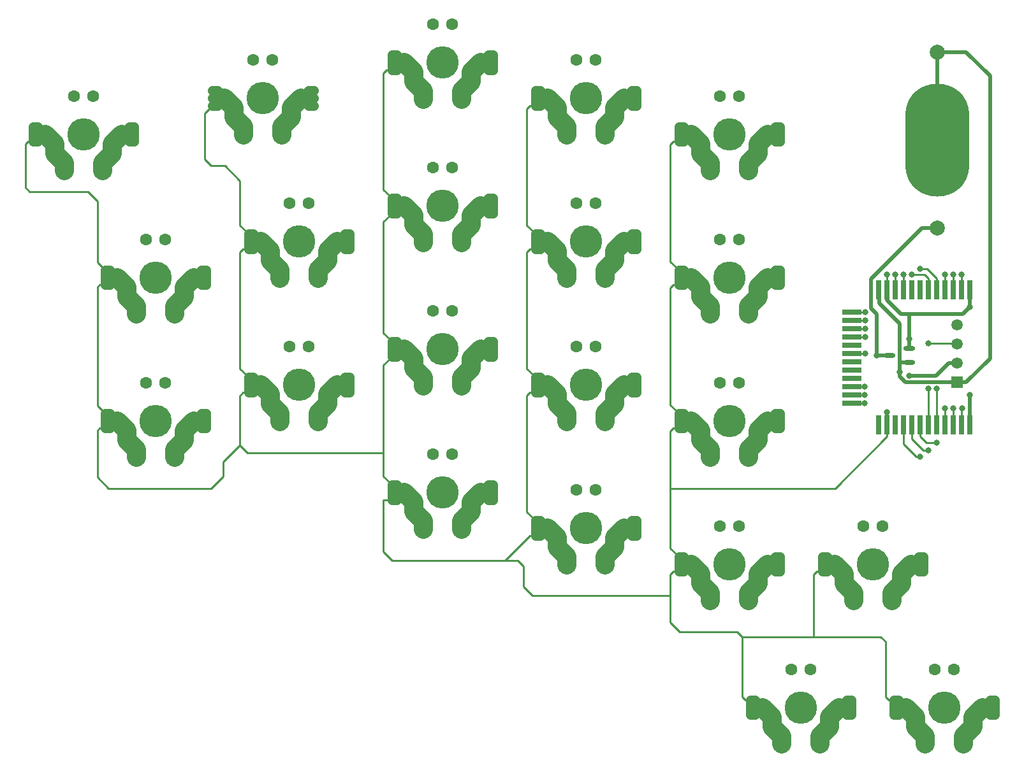
<source format=gtl>
G04 #@! TF.GenerationSoftware,KiCad,Pcbnew,(5.0.0-rc2-dev-301-g33f795be4)*
G04 #@! TF.CreationDate,2018-04-08T21:26:01+02:00*
G04 #@! TF.ProjectId,kissboard,6B697373626F6172642E6B696361645F,rev?*
G04 #@! TF.SameCoordinates,Original*
G04 #@! TF.FileFunction,Copper,L1,Top,Signal*
G04 #@! TF.FilePolarity,Positive*
%FSLAX46Y46*%
G04 Gerber Fmt 4.6, Leading zero omitted, Abs format (unit mm)*
G04 Created by KiCad (PCBNEW (5.0.0-rc2-dev-301-g33f795be4)) date 04/08/18 21:26:01*
%MOMM*%
%LPD*%
G01*
G04 APERTURE LIST*
%ADD10C,1.500000*%
%ADD11R,1.500000X1.500000*%
%ADD12C,2.000000*%
%ADD13O,8.500000X15.000000*%
%ADD14R,2.500000X0.800000*%
%ADD15R,0.800000X2.500000*%
%ADD16O,1.550000X0.650000*%
%ADD17C,1.000000*%
%ADD18O,2.500000X1.800000*%
%ADD19C,2.500000*%
%ADD20C,4.300000*%
%ADD21C,1.600000*%
%ADD22C,0.800000*%
%ADD23C,0.250000*%
%ADD24C,0.500000*%
%ADD25C,1.270000*%
%ADD26C,2.540000*%
G04 APERTURE END LIST*
D10*
X158813500Y-65849500D03*
X158813500Y-68389500D03*
X158813500Y-70929500D03*
D11*
X158813500Y-73469500D03*
D12*
X156210000Y-52975000D03*
X156210000Y-29575000D03*
D13*
X156210000Y-41275000D03*
D14*
X144843500Y-64118500D03*
X144843500Y-65218500D03*
X144843500Y-66318500D03*
X144843500Y-67418500D03*
X144843500Y-68518500D03*
X144843500Y-69618500D03*
X144843500Y-70718500D03*
X144843500Y-71818500D03*
X144843500Y-72918500D03*
X144843500Y-74018500D03*
X144843500Y-75118500D03*
X144843500Y-76218500D03*
D15*
X160543500Y-61168500D03*
X159443500Y-61168500D03*
X158343500Y-61168500D03*
X157243500Y-61168500D03*
X156143500Y-61168500D03*
X155043500Y-61168500D03*
X153943500Y-61168500D03*
X152843500Y-61168500D03*
X151743500Y-61168500D03*
X150643500Y-61168500D03*
X149543500Y-61168500D03*
X148443500Y-61168500D03*
X148443500Y-79168500D03*
X149543500Y-79168500D03*
X150643500Y-79168500D03*
X151743500Y-79168500D03*
X152843500Y-79168500D03*
X153943500Y-79168500D03*
X155043500Y-79168500D03*
X156143500Y-79168500D03*
X157243500Y-79168500D03*
X158343500Y-79168500D03*
X159443500Y-79168500D03*
X160543500Y-79168500D03*
D16*
X152518500Y-70863500D03*
X152518500Y-68963500D03*
X149868500Y-69913500D03*
D17*
X150462500Y-115681250D03*
X150462500Y-117681250D03*
X150462500Y-116681250D03*
D18*
X159702500Y-121558050D03*
D19*
X153352500Y-119221250D03*
D18*
X154622500Y-121558050D03*
D19*
X160972500Y-119221250D03*
D12*
X152082500Y-116681250D03*
X162242500Y-116681250D03*
D20*
X157162500Y-116681250D03*
D17*
X163862500Y-116681250D03*
X163862500Y-115681250D03*
X163862500Y-117681250D03*
D21*
X158432500Y-111601250D03*
X155892500Y-111601250D03*
D17*
X45687500Y-77581250D03*
X45687500Y-79581250D03*
X45687500Y-78581250D03*
D18*
X54927500Y-83458050D03*
D19*
X48577500Y-81121250D03*
D18*
X49847500Y-83458050D03*
D19*
X56197500Y-81121250D03*
D12*
X47307500Y-78581250D03*
X57467500Y-78581250D03*
D20*
X52387500Y-78581250D03*
D17*
X59087500Y-78581250D03*
X59087500Y-77581250D03*
X59087500Y-79581250D03*
D21*
X53657500Y-73501250D03*
X51117500Y-73501250D03*
X65405000Y-30638750D03*
X67945000Y-30638750D03*
D17*
X73375000Y-36718750D03*
X73375000Y-34718750D03*
X73375000Y-35718750D03*
D20*
X66675000Y-35718750D03*
D12*
X71755000Y-35718750D03*
X61595000Y-35718750D03*
D19*
X70485000Y-38258750D03*
D18*
X64135000Y-40595550D03*
D19*
X62865000Y-38258750D03*
D18*
X69215000Y-40595550D03*
D17*
X59975000Y-35718750D03*
X59975000Y-36718750D03*
X59975000Y-34718750D03*
X83787500Y-29956250D03*
X83787500Y-31956250D03*
X83787500Y-30956250D03*
D18*
X93027500Y-35833050D03*
D19*
X86677500Y-33496250D03*
D18*
X87947500Y-35833050D03*
D19*
X94297500Y-33496250D03*
D12*
X85407500Y-30956250D03*
X95567500Y-30956250D03*
D20*
X90487500Y-30956250D03*
D17*
X97187500Y-30956250D03*
X97187500Y-29956250D03*
X97187500Y-31956250D03*
D21*
X91757500Y-25876250D03*
X89217500Y-25876250D03*
X108267500Y-30638750D03*
X110807500Y-30638750D03*
D17*
X116237500Y-36718750D03*
X116237500Y-34718750D03*
X116237500Y-35718750D03*
D20*
X109537500Y-35718750D03*
D12*
X114617500Y-35718750D03*
X104457500Y-35718750D03*
D19*
X113347500Y-38258750D03*
D18*
X106997500Y-40595550D03*
D19*
X105727500Y-38258750D03*
D18*
X112077500Y-40595550D03*
D17*
X102837500Y-35718750D03*
X102837500Y-36718750D03*
X102837500Y-34718750D03*
X121887500Y-39481250D03*
X121887500Y-41481250D03*
X121887500Y-40481250D03*
D18*
X131127500Y-45358050D03*
D19*
X124777500Y-43021250D03*
D18*
X126047500Y-45358050D03*
D19*
X132397500Y-43021250D03*
D12*
X123507500Y-40481250D03*
X133667500Y-40481250D03*
D20*
X128587500Y-40481250D03*
D17*
X135287500Y-40481250D03*
X135287500Y-39481250D03*
X135287500Y-41481250D03*
D21*
X129857500Y-35401250D03*
X127317500Y-35401250D03*
X51117500Y-54451250D03*
X53657500Y-54451250D03*
D17*
X59087500Y-60531250D03*
X59087500Y-58531250D03*
X59087500Y-59531250D03*
D20*
X52387500Y-59531250D03*
D12*
X57467500Y-59531250D03*
X47307500Y-59531250D03*
D19*
X56197500Y-62071250D03*
D18*
X49847500Y-64408050D03*
D19*
X48577500Y-62071250D03*
D18*
X54927500Y-64408050D03*
D17*
X45687500Y-59531250D03*
X45687500Y-60531250D03*
X45687500Y-58531250D03*
X64737500Y-53768750D03*
X64737500Y-55768750D03*
X64737500Y-54768750D03*
D18*
X73977500Y-59645550D03*
D19*
X67627500Y-57308750D03*
D18*
X68897500Y-59645550D03*
D19*
X75247500Y-57308750D03*
D12*
X66357500Y-54768750D03*
X76517500Y-54768750D03*
D20*
X71437500Y-54768750D03*
D17*
X78137500Y-54768750D03*
X78137500Y-53768750D03*
X78137500Y-55768750D03*
D21*
X72707500Y-49688750D03*
X70167500Y-49688750D03*
X89217500Y-44926250D03*
X91757500Y-44926250D03*
D17*
X97187500Y-51006250D03*
X97187500Y-49006250D03*
X97187500Y-50006250D03*
D20*
X90487500Y-50006250D03*
D12*
X95567500Y-50006250D03*
X85407500Y-50006250D03*
D19*
X94297500Y-52546250D03*
D18*
X87947500Y-54883050D03*
D19*
X86677500Y-52546250D03*
D18*
X93027500Y-54883050D03*
D17*
X83787500Y-50006250D03*
X83787500Y-51006250D03*
X83787500Y-49006250D03*
X102837500Y-53768750D03*
X102837500Y-55768750D03*
X102837500Y-54768750D03*
D18*
X112077500Y-59645550D03*
D19*
X105727500Y-57308750D03*
D18*
X106997500Y-59645550D03*
D19*
X113347500Y-57308750D03*
D12*
X104457500Y-54768750D03*
X114617500Y-54768750D03*
D20*
X109537500Y-54768750D03*
D17*
X116237500Y-54768750D03*
X116237500Y-53768750D03*
X116237500Y-55768750D03*
D21*
X110807500Y-49688750D03*
X108267500Y-49688750D03*
X127317500Y-54451250D03*
X129857500Y-54451250D03*
D17*
X135287500Y-60531250D03*
X135287500Y-58531250D03*
X135287500Y-59531250D03*
D20*
X128587500Y-59531250D03*
D12*
X133667500Y-59531250D03*
X123507500Y-59531250D03*
D19*
X132397500Y-62071250D03*
D18*
X126047500Y-64408050D03*
D19*
X124777500Y-62071250D03*
D18*
X131127500Y-64408050D03*
D17*
X121887500Y-59531250D03*
X121887500Y-60531250D03*
X121887500Y-58531250D03*
X102837500Y-72818750D03*
X102837500Y-74818750D03*
X102837500Y-73818750D03*
D18*
X112077500Y-78695550D03*
D19*
X105727500Y-76358750D03*
D18*
X106997500Y-78695550D03*
D19*
X113347500Y-76358750D03*
D12*
X104457500Y-73818750D03*
X114617500Y-73818750D03*
D20*
X109537500Y-73818750D03*
D17*
X116237500Y-73818750D03*
X116237500Y-72818750D03*
X116237500Y-74818750D03*
D21*
X110807500Y-68738750D03*
X108267500Y-68738750D03*
X127317500Y-73501250D03*
X129857500Y-73501250D03*
D17*
X135287500Y-79581250D03*
X135287500Y-77581250D03*
X135287500Y-78581250D03*
D20*
X128587500Y-78581250D03*
D12*
X133667500Y-78581250D03*
X123507500Y-78581250D03*
D19*
X132397500Y-81121250D03*
D18*
X126047500Y-83458050D03*
D19*
X124777500Y-81121250D03*
D18*
X131127500Y-83458050D03*
D17*
X121887500Y-78581250D03*
X121887500Y-79581250D03*
X121887500Y-77581250D03*
X83787500Y-87106250D03*
X83787500Y-89106250D03*
X83787500Y-88106250D03*
D18*
X93027500Y-92983050D03*
D19*
X86677500Y-90646250D03*
D18*
X87947500Y-92983050D03*
D19*
X94297500Y-90646250D03*
D12*
X85407500Y-88106250D03*
X95567500Y-88106250D03*
D20*
X90487500Y-88106250D03*
D17*
X97187500Y-88106250D03*
X97187500Y-87106250D03*
X97187500Y-89106250D03*
D21*
X91757500Y-83026250D03*
X89217500Y-83026250D03*
X108267500Y-87788750D03*
X110807500Y-87788750D03*
D17*
X116237500Y-93868750D03*
X116237500Y-91868750D03*
X116237500Y-92868750D03*
D20*
X109537500Y-92868750D03*
D12*
X114617500Y-92868750D03*
X104457500Y-92868750D03*
D19*
X113347500Y-95408750D03*
D18*
X106997500Y-97745550D03*
D19*
X105727500Y-95408750D03*
D18*
X112077500Y-97745550D03*
D17*
X102837500Y-92868750D03*
X102837500Y-93868750D03*
X102837500Y-91868750D03*
X121887500Y-96631250D03*
X121887500Y-98631250D03*
X121887500Y-97631250D03*
D18*
X131127500Y-102508050D03*
D19*
X124777500Y-100171250D03*
D18*
X126047500Y-102508050D03*
D19*
X132397500Y-100171250D03*
D12*
X123507500Y-97631250D03*
X133667500Y-97631250D03*
D20*
X128587500Y-97631250D03*
D17*
X135287500Y-97631250D03*
X135287500Y-96631250D03*
X135287500Y-98631250D03*
D21*
X129857500Y-92551250D03*
X127317500Y-92551250D03*
X146367500Y-92551250D03*
X148907500Y-92551250D03*
D17*
X154337500Y-98631250D03*
X154337500Y-96631250D03*
X154337500Y-97631250D03*
D20*
X147637500Y-97631250D03*
D12*
X152717500Y-97631250D03*
X142557500Y-97631250D03*
D19*
X151447500Y-100171250D03*
D18*
X145097500Y-102508050D03*
D19*
X143827500Y-100171250D03*
D18*
X150177500Y-102508050D03*
D17*
X140937500Y-97631250D03*
X140937500Y-98631250D03*
X140937500Y-96631250D03*
X131412500Y-115681250D03*
X131412500Y-117681250D03*
X131412500Y-116681250D03*
D18*
X140652500Y-121558050D03*
D19*
X134302500Y-119221250D03*
D18*
X135572500Y-121558050D03*
D19*
X141922500Y-119221250D03*
D12*
X133032500Y-116681250D03*
X143192500Y-116681250D03*
D20*
X138112500Y-116681250D03*
D17*
X144812500Y-116681250D03*
X144812500Y-115681250D03*
X144812500Y-117681250D03*
D21*
X139382500Y-111601250D03*
X136842500Y-111601250D03*
X89217500Y-63976250D03*
X91757500Y-63976250D03*
D17*
X97187500Y-70056250D03*
X97187500Y-68056250D03*
X97187500Y-69056250D03*
D20*
X90487500Y-69056250D03*
D12*
X95567500Y-69056250D03*
X85407500Y-69056250D03*
D19*
X94297500Y-71596250D03*
D18*
X87947500Y-73933050D03*
D19*
X86677500Y-71596250D03*
D18*
X93027500Y-73933050D03*
D17*
X83787500Y-69056250D03*
X83787500Y-70056250D03*
X83787500Y-68056250D03*
X64737500Y-72818750D03*
X64737500Y-74818750D03*
X64737500Y-73818750D03*
D18*
X73977500Y-78695550D03*
D19*
X67627500Y-76358750D03*
D18*
X68897500Y-78695550D03*
D19*
X75247500Y-76358750D03*
D12*
X66357500Y-73818750D03*
X76517500Y-73818750D03*
D20*
X71437500Y-73818750D03*
D17*
X78137500Y-73818750D03*
X78137500Y-72818750D03*
X78137500Y-74818750D03*
D21*
X72707500Y-68738750D03*
X70167500Y-68738750D03*
X41592500Y-35401250D03*
X44132500Y-35401250D03*
D17*
X49562500Y-41481250D03*
X49562500Y-39481250D03*
X49562500Y-40481250D03*
D20*
X42862500Y-40481250D03*
D12*
X47942500Y-40481250D03*
X37782500Y-40481250D03*
D19*
X46672500Y-43021250D03*
D18*
X40322500Y-45358050D03*
D19*
X39052500Y-43021250D03*
D18*
X45402500Y-45358050D03*
D17*
X36162500Y-40481250D03*
X36162500Y-41481250D03*
X36162500Y-39481250D03*
D22*
X146558000Y-75107800D03*
X146583400Y-76250800D03*
X146583400Y-74015600D03*
X146639280Y-66321940D03*
X146644360Y-65234820D03*
X146608800Y-69626480D03*
X157226000Y-76898500D03*
X155067000Y-82550000D03*
X156146500Y-81470500D03*
X158369000Y-76898500D03*
X153924000Y-83375500D03*
X159512000Y-76898500D03*
X157243500Y-59184540D03*
X149565500Y-59148980D03*
X152527000Y-67691000D03*
X149543500Y-77418500D03*
X160543500Y-75184000D03*
X160565500Y-63447260D03*
X152843500Y-59143900D03*
X146644360Y-64129920D03*
X150643500Y-59156600D03*
X151743500Y-59156600D03*
X151193500Y-72136000D03*
X146654520Y-67416680D03*
X153943500Y-58353960D03*
X159443500Y-59184540D03*
X155043500Y-68326000D03*
X155028000Y-74319500D03*
X156146500Y-74319500D03*
X148209001Y-69913500D03*
X152527000Y-72619500D03*
X158343500Y-59184540D03*
D23*
X146558000Y-75107800D02*
X144854200Y-75107800D01*
X144854200Y-75107800D02*
X144843500Y-75118500D01*
X146551100Y-76218500D02*
X146583400Y-76250800D01*
X144843500Y-76218500D02*
X146551100Y-76218500D01*
X146583400Y-74015600D02*
X144846400Y-74015600D01*
X144846400Y-74015600D02*
X144843500Y-74018500D01*
D24*
X160054800Y-29575000D02*
X163245800Y-32766000D01*
X156210000Y-29575000D02*
X160054800Y-29575000D01*
X163245800Y-32766000D02*
X163245800Y-70287200D01*
X163245800Y-70287200D02*
X160063500Y-73469500D01*
X160063500Y-73469500D02*
X158813500Y-73469500D01*
X148465500Y-62917500D02*
X148465500Y-61167500D01*
X151193500Y-65645500D02*
X148465500Y-62917500D01*
X151193500Y-70802500D02*
X151193500Y-66294000D01*
X151193500Y-66294000D02*
X151193500Y-65645500D01*
X148209001Y-64436559D02*
X147396200Y-63623758D01*
X148209001Y-69913500D02*
X148209001Y-64436559D01*
X147396200Y-63623758D02*
X147396200Y-59755798D01*
X147396200Y-59755798D02*
X154176998Y-52975000D01*
X154176998Y-52975000D02*
X154795787Y-52975000D01*
X154795787Y-52975000D02*
X156210000Y-52975000D01*
D23*
X144869040Y-68513960D02*
X144865500Y-68517500D01*
D25*
X97187500Y-31956250D02*
X96567500Y-31956250D01*
X96567500Y-31956250D02*
X95567500Y-30956250D01*
X97187500Y-30956250D02*
X95567500Y-30956250D01*
X97187500Y-29956250D02*
X96567500Y-29956250D01*
X96567500Y-29956250D02*
X95567500Y-30956250D01*
X95567500Y-30956250D02*
X96187500Y-30956250D01*
X96187500Y-30956250D02*
X97187500Y-31956250D01*
X97187500Y-29956250D02*
X97187500Y-31956250D01*
D26*
X93027500Y-35833050D02*
X93027500Y-34766250D01*
X93027500Y-34766250D02*
X94297500Y-33496250D01*
X94297500Y-32226250D02*
X95567500Y-30956250D01*
X94297500Y-33496250D02*
X94297500Y-32226250D01*
D23*
X146639280Y-66321940D02*
X144869940Y-66321940D01*
X144869940Y-66321940D02*
X144865500Y-66317500D01*
D25*
X116237500Y-72818750D02*
X115617500Y-72818750D01*
X115617500Y-72818750D02*
X114617500Y-73818750D01*
X116237500Y-73818750D02*
X114617500Y-73818750D01*
X116237500Y-74818750D02*
X115617500Y-74818750D01*
X115617500Y-74818750D02*
X114617500Y-73818750D01*
X116237500Y-72818750D02*
X116237500Y-74818750D01*
D26*
X113347500Y-76358750D02*
X113347500Y-75088750D01*
X113347500Y-75088750D02*
X114617500Y-73818750D01*
X112077500Y-78695550D02*
X112077500Y-77628750D01*
X112077500Y-77628750D02*
X113347500Y-76358750D01*
D23*
X144865500Y-65217500D02*
X146627040Y-65217500D01*
X146627040Y-65217500D02*
X146644360Y-65234820D01*
D25*
X116237500Y-53768750D02*
X115617500Y-53768750D01*
X115617500Y-53768750D02*
X114617500Y-54768750D01*
X116237500Y-55768750D02*
X115617500Y-55768750D01*
X115617500Y-55768750D02*
X114617500Y-54768750D01*
X114617500Y-54768750D02*
X116237500Y-54768750D01*
X116237500Y-53768750D02*
X116237500Y-55768750D01*
D26*
X113347500Y-57308750D02*
X113347500Y-56038750D01*
X113347500Y-56038750D02*
X114617500Y-54768750D01*
X112077500Y-59645550D02*
X112077500Y-58578750D01*
X112077500Y-58578750D02*
X113347500Y-57308750D01*
D23*
X121602500Y-87566500D02*
X121729500Y-87566500D01*
X121729500Y-87566500D02*
X142645500Y-87566500D01*
X120777000Y-86804500D02*
X120777000Y-87630000D01*
X120777000Y-87630000D02*
X120777000Y-95520750D01*
X121729500Y-87566500D02*
X120840500Y-87566500D01*
X120840500Y-87566500D02*
X120777000Y-87630000D01*
X142645500Y-87566500D02*
X149543500Y-80668500D01*
X149543500Y-80668500D02*
X149543500Y-79168500D01*
X146599820Y-69617500D02*
X146608800Y-69626480D01*
X144865500Y-69617500D02*
X146599820Y-69617500D01*
D25*
X97187500Y-49006250D02*
X96567500Y-49006250D01*
X96567500Y-49006250D02*
X95567500Y-50006250D01*
X97187500Y-50006250D02*
X95567500Y-50006250D01*
X97187500Y-51006250D02*
X96567500Y-51006250D01*
X96567500Y-51006250D02*
X95567500Y-50006250D01*
X97187500Y-49006250D02*
X97187500Y-51006250D01*
D26*
X93027500Y-53816250D02*
X94297500Y-52546250D01*
X93027500Y-54883050D02*
X93027500Y-53816250D01*
X94297500Y-52546250D02*
X94297500Y-51276250D01*
X94297500Y-51276250D02*
X95567500Y-50006250D01*
D23*
X144868496Y-70714504D02*
X144865500Y-70717500D01*
D25*
X97187500Y-70056250D02*
X96567500Y-70056250D01*
X96567500Y-70056250D02*
X95567500Y-69056250D01*
X97187500Y-69056250D02*
X95567500Y-69056250D01*
X97187500Y-69215000D02*
X97187500Y-70056250D01*
X97187500Y-68056250D02*
X97187500Y-69215000D01*
X97187500Y-69056250D02*
X97187500Y-69215000D01*
X97187500Y-68056250D02*
X96567500Y-68056250D01*
X96567500Y-68056250D02*
X95567500Y-69056250D01*
D26*
X93027500Y-72866250D02*
X94297500Y-71596250D01*
X93027500Y-73933050D02*
X93027500Y-72866250D01*
X94297500Y-71596250D02*
X94297500Y-70326250D01*
X94297500Y-70326250D02*
X95567500Y-69056250D01*
D23*
X144868680Y-74020680D02*
X144865500Y-74017500D01*
D26*
X69215000Y-40595550D02*
X69215000Y-39528750D01*
X69215000Y-39528750D02*
X70485000Y-38258750D01*
X70485000Y-36988750D02*
X71755000Y-35718750D01*
X70485000Y-38258750D02*
X70485000Y-36988750D01*
D25*
X73375000Y-36718750D02*
X72755000Y-36718750D01*
X72755000Y-36718750D02*
X71755000Y-35718750D01*
X73375000Y-35718750D02*
X71755000Y-35718750D01*
X73375000Y-34718750D02*
X72755000Y-34718750D01*
X72755000Y-34718750D02*
X71755000Y-35718750D01*
D23*
X144865960Y-75117960D02*
X144865500Y-75117500D01*
D25*
X78137500Y-53768750D02*
X77517500Y-53768750D01*
X77517500Y-53768750D02*
X76517500Y-54768750D01*
X78137500Y-54768750D02*
X76517500Y-54768750D01*
X78137500Y-55768750D02*
X77517500Y-55768750D01*
X77517500Y-55768750D02*
X76517500Y-54768750D01*
X78137500Y-53768750D02*
X78137500Y-55768750D01*
D26*
X73977500Y-58578750D02*
X75247500Y-57308750D01*
X73977500Y-59645550D02*
X73977500Y-58578750D01*
X75247500Y-57308750D02*
X75247500Y-56038750D01*
X75247500Y-56038750D02*
X76517500Y-54768750D01*
D23*
X144870860Y-76222860D02*
X144865500Y-76217500D01*
D25*
X78137500Y-72818750D02*
X77517500Y-72818750D01*
X77517500Y-72818750D02*
X76517500Y-73818750D01*
X78137500Y-73818750D02*
X76517500Y-73818750D01*
X78137500Y-74818750D02*
X77517500Y-74818750D01*
X77517500Y-74818750D02*
X76517500Y-73818750D01*
X78137500Y-72818750D02*
X78137500Y-74818750D01*
D26*
X73977500Y-78695550D02*
X73977500Y-77628750D01*
X73977500Y-77628750D02*
X75247500Y-76358750D01*
X75247500Y-75088750D02*
X76517500Y-73818750D01*
X75247500Y-76358750D02*
X75247500Y-75088750D01*
D23*
X157265500Y-79167500D02*
X157265500Y-76938000D01*
X157265500Y-76938000D02*
X157226000Y-76898500D01*
D26*
X45402500Y-45358050D02*
X45402500Y-44291250D01*
X45402500Y-44291250D02*
X46672500Y-43021250D01*
X46672500Y-41751250D02*
X47942500Y-40481250D01*
X46672500Y-43021250D02*
X46672500Y-41751250D01*
D25*
X49562500Y-41481250D02*
X48942500Y-41481250D01*
X48942500Y-41481250D02*
X47942500Y-40481250D01*
X49562500Y-39481250D02*
X48942500Y-39481250D01*
X48942500Y-39481250D02*
X47942500Y-40481250D01*
X49562500Y-40481250D02*
X47942500Y-40481250D01*
X49562500Y-39481250D02*
X49562500Y-41481250D01*
D23*
X154368500Y-82550000D02*
X152843500Y-81025000D01*
X155067000Y-82550000D02*
X154368500Y-82550000D01*
X152843500Y-81025000D02*
X152843500Y-80668500D01*
X152843500Y-80668500D02*
X152843500Y-79168500D01*
X154749500Y-81470500D02*
X153943500Y-80664500D01*
X156146500Y-81470500D02*
X154749500Y-81470500D01*
X153943500Y-80664500D02*
X153943500Y-79168500D01*
X158365500Y-79167500D02*
X158365500Y-76902000D01*
X158365500Y-76902000D02*
X158369000Y-76898500D01*
D25*
X59087500Y-58531250D02*
X58467500Y-58531250D01*
X58467500Y-58531250D02*
X57467500Y-59531250D01*
X59087500Y-59531250D02*
X57467500Y-59531250D01*
X59087500Y-60531250D02*
X58467500Y-60531250D01*
X58467500Y-60531250D02*
X57467500Y-59531250D01*
X59087500Y-58531250D02*
X59087500Y-60531250D01*
D26*
X54927500Y-63341250D02*
X56197500Y-62071250D01*
X54927500Y-64408050D02*
X54927500Y-63341250D01*
X56197500Y-62071250D02*
X56197500Y-60801250D01*
X56197500Y-60801250D02*
X57467500Y-59531250D01*
D23*
X153416000Y-83375500D02*
X151743500Y-81703000D01*
X153924000Y-83375500D02*
X153416000Y-83375500D01*
X151743500Y-81703000D02*
X151743500Y-79168500D01*
X159465500Y-79167500D02*
X159465500Y-76945000D01*
X159465500Y-76945000D02*
X159512000Y-76898500D01*
D25*
X59087500Y-79581250D02*
X58467500Y-79581250D01*
X58467500Y-79581250D02*
X57467500Y-78581250D01*
X59087500Y-77581250D02*
X58467500Y-77581250D01*
X58467500Y-77581250D02*
X57467500Y-78581250D01*
X59087500Y-78581250D02*
X57467500Y-78581250D01*
X59087500Y-77581250D02*
X59087500Y-79581250D01*
D26*
X54927500Y-82391250D02*
X56197500Y-81121250D01*
X54927500Y-83458050D02*
X54927500Y-82391250D01*
X56197500Y-79851250D02*
X57467500Y-78581250D01*
X56197500Y-81121250D02*
X56197500Y-79851250D01*
D23*
X157265500Y-59206540D02*
X157243500Y-59184540D01*
X157265500Y-61167500D02*
X157265500Y-59206540D01*
D25*
X154337500Y-98631250D02*
X153717500Y-98631250D01*
X153717500Y-98631250D02*
X152717500Y-97631250D01*
X154337500Y-97631250D02*
X152717500Y-97631250D01*
X154337500Y-96631250D02*
X153717500Y-96631250D01*
X153717500Y-96631250D02*
X152717500Y-97631250D01*
X154337500Y-96631250D02*
X154337500Y-98631250D01*
D26*
X151447500Y-100171250D02*
X151447500Y-98901250D01*
X151447500Y-98901250D02*
X152717500Y-97631250D01*
X150177500Y-102508050D02*
X150177500Y-101441250D01*
X150177500Y-101441250D02*
X151447500Y-100171250D01*
D23*
X120777000Y-79984644D02*
X120777000Y-86804500D01*
X59817000Y-87566500D02*
X61404500Y-85979000D01*
X46164500Y-87566500D02*
X59817000Y-87566500D01*
X44704000Y-86106000D02*
X46164500Y-87566500D01*
X44704000Y-79857644D02*
X44704000Y-86106000D01*
X45687500Y-79581250D02*
X44980394Y-79581250D01*
X44980394Y-79581250D02*
X44704000Y-79857644D01*
X61404500Y-85979000D02*
X61404500Y-84010500D01*
X61404500Y-84010500D02*
X63563500Y-81851500D01*
X82677000Y-82931000D02*
X82677000Y-85995750D01*
X82677000Y-71166750D02*
X82677000Y-82931000D01*
X64579500Y-82867500D02*
X82613500Y-82867500D01*
X82613500Y-82867500D02*
X82677000Y-82931000D01*
X63563500Y-81851500D02*
X64579500Y-82867500D01*
X63563500Y-75285644D02*
X64030394Y-74818750D01*
X63563500Y-75285644D02*
X63563500Y-81851500D01*
X64030394Y-74818750D02*
X64737500Y-74818750D01*
X122047000Y-106616500D02*
X129603500Y-106616500D01*
X129603500Y-106616500D02*
X130302000Y-107315000D01*
X120777000Y-105346500D02*
X122047000Y-106616500D01*
X120777000Y-101854000D02*
X120777000Y-105346500D01*
X120777000Y-99034644D02*
X120777000Y-101854000D01*
X101282500Y-100647500D02*
X102489000Y-101854000D01*
X102489000Y-101854000D02*
X120777000Y-101854000D01*
X101282500Y-97917000D02*
X101282500Y-100647500D01*
X100520500Y-97155000D02*
X101282500Y-97917000D01*
X98844144Y-97155000D02*
X100520500Y-97155000D01*
X82677000Y-96012000D02*
X83820000Y-97155000D01*
X82677000Y-89106250D02*
X82677000Y-96012000D01*
X83820000Y-97155000D02*
X98844144Y-97155000D01*
X98844144Y-97155000D02*
X102130394Y-93868750D01*
X102130394Y-93868750D02*
X102837500Y-93868750D01*
X149565500Y-59148980D02*
X149565500Y-61167500D01*
D24*
X160565500Y-63447260D02*
X160565500Y-61167500D01*
X159623760Y-64389000D02*
X160565500Y-63447260D01*
X152527000Y-64389000D02*
X159623760Y-64389000D01*
X152518500Y-67699500D02*
X152527000Y-67691000D01*
X151426998Y-64389000D02*
X152527000Y-64389000D01*
X149565500Y-61167500D02*
X149565500Y-62527502D01*
X152527000Y-67691000D02*
X152527000Y-64389000D01*
X152518500Y-68963500D02*
X152518500Y-67699500D01*
X160565500Y-79167500D02*
X160565500Y-75206000D01*
X149565500Y-62527502D02*
X151426998Y-64389000D01*
X149565500Y-77440500D02*
X149543500Y-77418500D01*
X160565500Y-75206000D02*
X160543500Y-75184000D01*
X149565500Y-79167500D02*
X149565500Y-77440500D01*
X152527000Y-67691000D02*
X152527000Y-67125315D01*
D23*
X63627000Y-46672500D02*
X63627000Y-52658250D01*
X61658500Y-44704000D02*
X63627000Y-46672500D01*
X59817000Y-44704000D02*
X61658500Y-44704000D01*
X58928000Y-43815000D02*
X59817000Y-44704000D01*
X59975000Y-36718750D02*
X58928000Y-37765750D01*
X58928000Y-37765750D02*
X58928000Y-43815000D01*
X63627000Y-52658250D02*
X64737500Y-53768750D01*
X43434000Y-48133000D02*
X44704000Y-49403000D01*
X35687000Y-48133000D02*
X43434000Y-48133000D01*
X35115500Y-47561500D02*
X35687000Y-48133000D01*
X35115500Y-41821144D02*
X35115500Y-47561500D01*
X36162500Y-41481250D02*
X35455394Y-41481250D01*
X35455394Y-41481250D02*
X35115500Y-41821144D01*
X44704000Y-57547750D02*
X45687500Y-58531250D01*
X44704000Y-49403000D02*
X44704000Y-57547750D01*
X121887500Y-98631250D02*
X121180394Y-98631250D01*
X121180394Y-98631250D02*
X120777000Y-99034644D01*
X101727000Y-56172144D02*
X101727000Y-71708250D01*
X101727000Y-71708250D02*
X102837500Y-72818750D01*
X102837500Y-55768750D02*
X102130394Y-55768750D01*
X102130394Y-55768750D02*
X101727000Y-56172144D01*
X82677000Y-89106250D02*
X83787500Y-89106250D01*
X44704000Y-60807644D02*
X44704000Y-76597750D01*
X44704000Y-76597750D02*
X45687500Y-77581250D01*
X45687500Y-60531250D02*
X44980394Y-60531250D01*
X44980394Y-60531250D02*
X44704000Y-60807644D01*
X139827000Y-107315000D02*
X130302000Y-107315000D01*
X148717000Y-107315000D02*
X139827000Y-107315000D01*
X140937500Y-98631250D02*
X140230394Y-98631250D01*
X140230394Y-98631250D02*
X139827000Y-99034644D01*
X139827000Y-99034644D02*
X139827000Y-107315000D01*
X131412500Y-115681250D02*
X130705394Y-115681250D01*
X130705394Y-115681250D02*
X130302000Y-115277856D01*
X130302000Y-115277856D02*
X130302000Y-107315000D01*
X149352000Y-107950000D02*
X148717000Y-107315000D01*
X149352000Y-115277856D02*
X149352000Y-107950000D01*
X150462500Y-115681250D02*
X149755394Y-115681250D01*
X149755394Y-115681250D02*
X149352000Y-115277856D01*
X120777000Y-95520750D02*
X121887500Y-96631250D01*
X121887500Y-79581250D02*
X121180394Y-79581250D01*
X121180394Y-79581250D02*
X120777000Y-79984644D01*
X120777000Y-60934644D02*
X120777000Y-76470750D01*
X120777000Y-76470750D02*
X121887500Y-77581250D01*
X121887500Y-60531250D02*
X121180394Y-60531250D01*
X121180394Y-60531250D02*
X120777000Y-60934644D01*
X120777000Y-41884644D02*
X120777000Y-57420750D01*
X120777000Y-57420750D02*
X121887500Y-58531250D01*
X121887500Y-41481250D02*
X121180394Y-41481250D01*
X121180394Y-41481250D02*
X120777000Y-41884644D01*
X101727000Y-75222144D02*
X101727000Y-90758250D01*
X101727000Y-90758250D02*
X102837500Y-91868750D01*
X102837500Y-74818750D02*
X102130394Y-74818750D01*
X102130394Y-74818750D02*
X101727000Y-75222144D01*
X101727000Y-37122144D02*
X101727000Y-52658250D01*
X101727000Y-52658250D02*
X102837500Y-53768750D01*
X102837500Y-36718750D02*
X102130394Y-36718750D01*
X102130394Y-36718750D02*
X101727000Y-37122144D01*
X82677000Y-85995750D02*
X83787500Y-87106250D01*
X83787500Y-70056250D02*
X82677000Y-71166750D01*
X82677000Y-52116750D02*
X82677000Y-66945750D01*
X82677000Y-66945750D02*
X83787500Y-68056250D01*
X83787500Y-51006250D02*
X82677000Y-52116750D01*
X82677000Y-32359644D02*
X82677000Y-47895750D01*
X82677000Y-47895750D02*
X83787500Y-49006250D01*
X83787500Y-31956250D02*
X83080394Y-31956250D01*
X83080394Y-31956250D02*
X82677000Y-32359644D01*
X63627000Y-56172144D02*
X63627000Y-71708250D01*
X63627000Y-71708250D02*
X64737500Y-72818750D01*
X64737500Y-55768750D02*
X64030394Y-55768750D01*
X64030394Y-55768750D02*
X63627000Y-56172144D01*
D25*
X150462500Y-117681250D02*
X151082500Y-117681250D01*
X151082500Y-117681250D02*
X152082500Y-116681250D01*
X150462500Y-116681250D02*
X152082500Y-116681250D01*
X150462500Y-115681250D02*
X151082500Y-115681250D01*
X151082500Y-115681250D02*
X152082500Y-116681250D01*
X150462500Y-115681250D02*
X150462500Y-117681250D01*
X131412500Y-117681250D02*
X132032500Y-117681250D01*
X132032500Y-117681250D02*
X133032500Y-116681250D01*
X131412500Y-116681250D02*
X133032500Y-116681250D01*
X131412500Y-115681250D02*
X132032500Y-115681250D01*
X132032500Y-115681250D02*
X133032500Y-116681250D01*
X131412500Y-115681250D02*
X131412500Y-117681250D01*
X140937500Y-98631250D02*
X141557500Y-98631250D01*
X141557500Y-98631250D02*
X142557500Y-97631250D01*
X140937500Y-97631250D02*
X142557500Y-97631250D01*
X140937500Y-96631250D02*
X141557500Y-96631250D01*
X141557500Y-96631250D02*
X142557500Y-97631250D01*
X140937500Y-96631250D02*
X140937500Y-98631250D01*
X121887500Y-98631250D02*
X122507500Y-98631250D01*
X122507500Y-98631250D02*
X123507500Y-97631250D01*
X121887500Y-97631250D02*
X123507500Y-97631250D01*
X121887500Y-96631250D02*
X122507500Y-96631250D01*
X122507500Y-96631250D02*
X123507500Y-97631250D01*
X121887500Y-96631250D02*
X121887500Y-98631250D01*
X102837500Y-91868750D02*
X103457500Y-91868750D01*
X103457500Y-91868750D02*
X104457500Y-92868750D01*
X102837500Y-92868750D02*
X104457500Y-92868750D01*
X102837500Y-93868750D02*
X103457500Y-93868750D01*
X103457500Y-93868750D02*
X104457500Y-92868750D01*
X102837500Y-91868750D02*
X102837500Y-93868750D01*
X83787500Y-89106250D02*
X84407500Y-89106250D01*
X84407500Y-89106250D02*
X85407500Y-88106250D01*
X83787500Y-88106250D02*
X85407500Y-88106250D01*
X83787500Y-87106250D02*
X84407500Y-87106250D01*
X84407500Y-87106250D02*
X85407500Y-88106250D01*
X83787500Y-87106250D02*
X83787500Y-89106250D01*
X64737500Y-74818750D02*
X65357500Y-74818750D01*
X65357500Y-74818750D02*
X66357500Y-73818750D01*
X64737500Y-73818750D02*
X66357500Y-73818750D01*
X64737500Y-72818750D02*
X65357500Y-72818750D01*
X65357500Y-72818750D02*
X66357500Y-73818750D01*
X64737500Y-72818750D02*
X64737500Y-74818750D01*
X45687500Y-79581250D02*
X46307500Y-79581250D01*
X46307500Y-79581250D02*
X47307500Y-78581250D01*
X45687500Y-78581250D02*
X47307500Y-78581250D01*
X45687500Y-77581250D02*
X46307500Y-77581250D01*
X46307500Y-77581250D02*
X47307500Y-78581250D01*
X45687500Y-77581250D02*
X45687500Y-79581250D01*
X83787500Y-68056250D02*
X84407500Y-68056250D01*
X84407500Y-68056250D02*
X85407500Y-69056250D01*
X83787500Y-69056250D02*
X85407500Y-69056250D01*
X83787500Y-70056250D02*
X84407500Y-70056250D01*
X84407500Y-70056250D02*
X85407500Y-69056250D01*
X83787500Y-68056250D02*
X83787500Y-70056250D01*
X102837500Y-72818750D02*
X103457500Y-72818750D01*
X103457500Y-72818750D02*
X104457500Y-73818750D01*
X104457500Y-73818750D02*
X102837500Y-73818750D01*
X102837500Y-74818750D02*
X103457500Y-74818750D01*
X103457500Y-74818750D02*
X104457500Y-73818750D01*
X102837500Y-72818750D02*
X102837500Y-74818750D01*
X121887500Y-77581250D02*
X122507500Y-77581250D01*
X122507500Y-77581250D02*
X123507500Y-78581250D01*
X121887500Y-78581250D02*
X123507500Y-78581250D01*
X121887500Y-79581250D02*
X122507500Y-79581250D01*
X122507500Y-79581250D02*
X123507500Y-78581250D01*
X121887500Y-77581250D02*
X121887500Y-79581250D01*
X121887500Y-58531250D02*
X122507500Y-58531250D01*
X122507500Y-58531250D02*
X123507500Y-59531250D01*
X123507500Y-59531250D02*
X121887500Y-59531250D01*
X121887500Y-60531250D02*
X122507500Y-60531250D01*
X122507500Y-60531250D02*
X123507500Y-59531250D01*
X121887500Y-58531250D02*
X121887500Y-60531250D01*
X121887500Y-39481250D02*
X122507500Y-39481250D01*
X122507500Y-39481250D02*
X123507500Y-40481250D01*
X121887500Y-40481250D02*
X123507500Y-40481250D01*
X121887500Y-41481250D02*
X122507500Y-41481250D01*
X122507500Y-41481250D02*
X123507500Y-40481250D01*
X121887500Y-39481250D02*
X121887500Y-41481250D01*
X83787500Y-29956250D02*
X84407500Y-29956250D01*
X84407500Y-29956250D02*
X85407500Y-30956250D01*
X83787500Y-30956250D02*
X85407500Y-30956250D01*
X83787500Y-31956250D02*
X84407500Y-31956250D01*
X84407500Y-31956250D02*
X85407500Y-30956250D01*
X83787500Y-29956250D02*
X83787500Y-31956250D01*
X102837500Y-36718750D02*
X103457500Y-36718750D01*
X103457500Y-36718750D02*
X104457500Y-35718750D01*
X102837500Y-35718750D02*
X104457500Y-35718750D01*
X102837500Y-34718750D02*
X103457500Y-34718750D01*
X103457500Y-34718750D02*
X104457500Y-35718750D01*
X102837500Y-34718750D02*
X102837500Y-36718750D01*
X102837500Y-53768750D02*
X103457500Y-53768750D01*
X103457500Y-53768750D02*
X104457500Y-54768750D01*
X102837500Y-54768750D02*
X104457500Y-54768750D01*
X102837500Y-55768750D02*
X103457500Y-55768750D01*
X103457500Y-55768750D02*
X104457500Y-54768750D01*
X102837500Y-53768750D02*
X102837500Y-55768750D01*
X83787500Y-49006250D02*
X84407500Y-49006250D01*
X84407500Y-49006250D02*
X85407500Y-50006250D01*
X83787500Y-50006250D02*
X85407500Y-50006250D01*
X83787500Y-51006250D02*
X84407500Y-51006250D01*
X84407500Y-51006250D02*
X85407500Y-50006250D01*
X83787500Y-49006250D02*
X83787500Y-51006250D01*
X64737500Y-53768750D02*
X65357500Y-53768750D01*
X65357500Y-53768750D02*
X66357500Y-54768750D01*
X64737500Y-54768750D02*
X66357500Y-54768750D01*
X64737500Y-55768750D02*
X65357500Y-55768750D01*
X65357500Y-55768750D02*
X66357500Y-54768750D01*
X64737500Y-53768750D02*
X64737500Y-55768750D01*
X45687500Y-60531250D02*
X46307500Y-60531250D01*
X46307500Y-60531250D02*
X47307500Y-59531250D01*
X45687500Y-59531250D02*
X47307500Y-59531250D01*
X45687500Y-58531250D02*
X46307500Y-58531250D01*
X46307500Y-58531250D02*
X47307500Y-59531250D01*
X45687500Y-58531250D02*
X45687500Y-60531250D01*
D26*
X40322500Y-45358050D02*
X40322500Y-44291250D01*
X40322500Y-44291250D02*
X39052500Y-43021250D01*
X39052500Y-43021250D02*
X39052500Y-41751250D01*
X39052500Y-41751250D02*
X37782500Y-40481250D01*
X64135000Y-39528750D02*
X62865000Y-38258750D01*
X64135000Y-40595550D02*
X64135000Y-39528750D01*
X62865000Y-38258750D02*
X62865000Y-36988750D01*
X62865000Y-36988750D02*
X61595000Y-35718750D01*
X87947500Y-34766250D02*
X86677500Y-33496250D01*
X87947500Y-35833050D02*
X87947500Y-34766250D01*
X86677500Y-33496250D02*
X86677500Y-32226250D01*
X86677500Y-32226250D02*
X85407500Y-30956250D01*
X48577500Y-62071250D02*
X48577500Y-60801250D01*
X48577500Y-60801250D02*
X47307500Y-59531250D01*
X49847500Y-64408050D02*
X49847500Y-63341250D01*
X49847500Y-63341250D02*
X48577500Y-62071250D01*
X67627500Y-56038750D02*
X66357500Y-54768750D01*
X67627500Y-57308750D02*
X67627500Y-56038750D01*
X68897500Y-59645550D02*
X68897500Y-58578750D01*
X68897500Y-58578750D02*
X67627500Y-57308750D01*
X86677500Y-51276250D02*
X85407500Y-50006250D01*
X86677500Y-52546250D02*
X86677500Y-51276250D01*
X87947500Y-54883050D02*
X87947500Y-53816250D01*
X87947500Y-53816250D02*
X86677500Y-52546250D01*
X49847500Y-83458050D02*
X49847500Y-82391250D01*
X49847500Y-82391250D02*
X48577500Y-81121250D01*
X48577500Y-79851250D02*
X47307500Y-78581250D01*
X48577500Y-81121250D02*
X48577500Y-79851250D01*
X68897500Y-77628750D02*
X67627500Y-76358750D01*
X68897500Y-78695550D02*
X68897500Y-77628750D01*
X67627500Y-75088750D02*
X66357500Y-73818750D01*
X67627500Y-76358750D02*
X67627500Y-75088750D01*
X87947500Y-73933050D02*
X87947500Y-72866250D01*
X87947500Y-72866250D02*
X86677500Y-71596250D01*
X86677500Y-70326250D02*
X85407500Y-69056250D01*
X86677500Y-71596250D02*
X86677500Y-70326250D01*
X106997500Y-58578750D02*
X105727500Y-57308750D01*
X106997500Y-59645550D02*
X106997500Y-58578750D01*
X105727500Y-57308750D02*
X105727500Y-56038750D01*
X105727500Y-56038750D02*
X104457500Y-54768750D01*
X106997500Y-39528750D02*
X105727500Y-38258750D01*
X106997500Y-40595550D02*
X106997500Y-39528750D01*
X105727500Y-36988750D02*
X104457500Y-35718750D01*
X105727500Y-38258750D02*
X105727500Y-36988750D01*
X153352500Y-119221250D02*
X153352500Y-117951250D01*
X153352500Y-117951250D02*
X152082500Y-116681250D01*
X154622500Y-121558050D02*
X154622500Y-120491250D01*
X154622500Y-120491250D02*
X153352500Y-119221250D01*
X134302500Y-119221250D02*
X134302500Y-117951250D01*
X134302500Y-117951250D02*
X133032500Y-116681250D01*
X135572500Y-121558050D02*
X135572500Y-120491250D01*
X135572500Y-120491250D02*
X134302500Y-119221250D01*
X143827500Y-100171250D02*
X143827500Y-98901250D01*
X143827500Y-98901250D02*
X142557500Y-97631250D01*
X145097500Y-102508050D02*
X145097500Y-101441250D01*
X145097500Y-101441250D02*
X143827500Y-100171250D01*
X124777500Y-100171250D02*
X124777500Y-98901250D01*
X124777500Y-98901250D02*
X123507500Y-97631250D01*
X126047500Y-102508050D02*
X126047500Y-101441250D01*
X126047500Y-101441250D02*
X124777500Y-100171250D01*
X105727500Y-95408750D02*
X105727500Y-94138750D01*
X105727500Y-94138750D02*
X104457500Y-92868750D01*
X106997500Y-97745550D02*
X106997500Y-96678750D01*
X106997500Y-96678750D02*
X105727500Y-95408750D01*
X124777500Y-81121250D02*
X124777500Y-79851250D01*
X124777500Y-79851250D02*
X123507500Y-78581250D01*
X126047500Y-83458050D02*
X126047500Y-82391250D01*
X126047500Y-82391250D02*
X124777500Y-81121250D01*
X105727500Y-76358750D02*
X105727500Y-75088750D01*
X105727500Y-75088750D02*
X104457500Y-73818750D01*
X106997500Y-78695550D02*
X106997500Y-77628750D01*
X106997500Y-77628750D02*
X105727500Y-76358750D01*
X86677500Y-90646250D02*
X86677500Y-89376250D01*
X86677500Y-89376250D02*
X85407500Y-88106250D01*
X87947500Y-92983050D02*
X87947500Y-91916250D01*
X87947500Y-91916250D02*
X86677500Y-90646250D01*
X124777500Y-62071250D02*
X124777500Y-60801250D01*
X124777500Y-60801250D02*
X123507500Y-59531250D01*
X126047500Y-64408050D02*
X126047500Y-63341250D01*
X126047500Y-63341250D02*
X124777500Y-62071250D01*
X124777500Y-43021250D02*
X124777500Y-41751250D01*
X124777500Y-41751250D02*
X123507500Y-40481250D01*
X126047500Y-45358050D02*
X126047500Y-44291250D01*
X126047500Y-44291250D02*
X124777500Y-43021250D01*
D25*
X59975000Y-36718750D02*
X60595000Y-36718750D01*
X60595000Y-36718750D02*
X61595000Y-35718750D01*
X59975000Y-35718750D02*
X61595000Y-35718750D01*
X59975000Y-34718750D02*
X60595000Y-34718750D01*
X60595000Y-34718750D02*
X61595000Y-35718750D01*
X36162500Y-41481250D02*
X36782500Y-41481250D01*
X36782500Y-41481250D02*
X37782500Y-40481250D01*
X36162500Y-39481250D02*
X36782500Y-39481250D01*
X36782500Y-39481250D02*
X37782500Y-40481250D01*
X36162500Y-40481250D02*
X37782500Y-40481250D01*
X36162500Y-39481250D02*
X36162500Y-41481250D01*
D23*
X154541900Y-59143900D02*
X155065500Y-59667500D01*
X155065500Y-59667500D02*
X155065500Y-61167500D01*
X152843500Y-59143900D02*
X154541900Y-59143900D01*
D25*
X135287500Y-77581250D02*
X134667500Y-77581250D01*
X134667500Y-77581250D02*
X133667500Y-78581250D01*
X133667500Y-78581250D02*
X135287500Y-78581250D01*
X135287500Y-79581250D02*
X134667500Y-79581250D01*
X134667500Y-79581250D02*
X133667500Y-78581250D01*
X135287500Y-77581250D02*
X135287500Y-79581250D01*
D26*
X132397500Y-81121250D02*
X132397500Y-79851250D01*
X132397500Y-79851250D02*
X133667500Y-78581250D01*
X131127500Y-83458050D02*
X131127500Y-82391250D01*
X131127500Y-82391250D02*
X132397500Y-81121250D01*
D23*
X144865500Y-64117500D02*
X146631940Y-64117500D01*
X146631940Y-64117500D02*
X146644360Y-64129920D01*
D25*
X116237500Y-36718750D02*
X115617500Y-36718750D01*
X115617500Y-36718750D02*
X114617500Y-35718750D01*
X116237500Y-35718750D02*
X114617500Y-35718750D01*
X116237500Y-34718750D02*
X115617500Y-34718750D01*
X115617500Y-34718750D02*
X114617500Y-35718750D01*
X116237500Y-34718750D02*
X116237500Y-36718750D01*
D26*
X113347500Y-38258750D02*
X113347500Y-36988750D01*
X113347500Y-36988750D02*
X114617500Y-35718750D01*
X112077500Y-40595550D02*
X112077500Y-39528750D01*
X112077500Y-39528750D02*
X113347500Y-38258750D01*
D23*
X150643500Y-59156600D02*
X150643500Y-61145500D01*
X150643500Y-61145500D02*
X150665500Y-61167500D01*
D25*
X135287500Y-41481250D02*
X134667500Y-41481250D01*
X134667500Y-41481250D02*
X133667500Y-40481250D01*
X135287500Y-40481250D02*
X133667500Y-40481250D01*
X135287500Y-39481250D02*
X134667500Y-39481250D01*
X134667500Y-39481250D02*
X133667500Y-40481250D01*
X135287500Y-39481250D02*
X135287500Y-41481250D01*
D26*
X132397500Y-43021250D02*
X132397500Y-41751250D01*
X132397500Y-41751250D02*
X133667500Y-40481250D01*
X131127500Y-45358050D02*
X131127500Y-44291250D01*
X131127500Y-44291250D02*
X132397500Y-43021250D01*
D23*
X151743500Y-61145500D02*
X151765500Y-61167500D01*
X151743500Y-59156600D02*
X151743500Y-61145500D01*
X151765500Y-61167500D02*
X151765500Y-59178600D01*
X151765500Y-59178600D02*
X151743500Y-59156600D01*
D25*
X135287500Y-58531250D02*
X134667500Y-58531250D01*
X134667500Y-58531250D02*
X133667500Y-59531250D01*
X135287500Y-59531250D02*
X133667500Y-59531250D01*
X135287500Y-60531250D02*
X134667500Y-60531250D01*
X134667500Y-60531250D02*
X133667500Y-59531250D01*
X135287500Y-58531250D02*
X135287500Y-60531250D01*
D26*
X132397500Y-62071250D02*
X132397500Y-60801250D01*
X132397500Y-60801250D02*
X133667500Y-59531250D01*
X131127500Y-64408050D02*
X131127500Y-63341250D01*
X131127500Y-63341250D02*
X132397500Y-62071250D01*
D24*
X151193500Y-70802500D02*
X151193500Y-70813500D01*
X151243500Y-70863500D02*
X152518500Y-70863500D01*
X152457500Y-70802500D02*
X152518500Y-70863500D01*
X151193500Y-72707500D02*
X151193500Y-72136000D01*
X156210000Y-41275000D02*
X156210000Y-32004000D01*
X151193500Y-72136000D02*
X151193500Y-70802500D01*
X158813500Y-73469500D02*
X151955500Y-73469500D01*
X156210000Y-32004000D02*
X156210000Y-29575000D01*
X151193500Y-70813500D02*
X151243500Y-70863500D01*
X151955500Y-73469500D02*
X151193500Y-72707500D01*
D23*
X144866320Y-67416680D02*
X144865500Y-67417500D01*
X146654520Y-67416680D02*
X144866320Y-67416680D01*
D25*
X116237500Y-93868750D02*
X115617500Y-93868750D01*
X115617500Y-93868750D02*
X114617500Y-92868750D01*
X116237500Y-92868750D02*
X114617500Y-92868750D01*
X116237500Y-91868750D02*
X115617500Y-91868750D01*
X115617500Y-91868750D02*
X114617500Y-92868750D01*
X116237500Y-91868750D02*
X116237500Y-93868750D01*
D26*
X113347500Y-95408750D02*
X113347500Y-94138750D01*
X113347500Y-94138750D02*
X114617500Y-92868750D01*
X112077500Y-97745550D02*
X112077500Y-96678750D01*
X112077500Y-96678750D02*
X113347500Y-95408750D01*
D23*
X156165500Y-59667500D02*
X156165500Y-61167500D01*
X154851960Y-58353960D02*
X156165500Y-59667500D01*
X153943500Y-58353960D02*
X154851960Y-58353960D01*
D25*
X135287500Y-98631250D02*
X134667500Y-98631250D01*
X134667500Y-98631250D02*
X133667500Y-97631250D01*
X135287500Y-97631250D02*
X133667500Y-97631250D01*
X135287500Y-96631250D02*
X134667500Y-96631250D01*
X134667500Y-96631250D02*
X133667500Y-97631250D01*
X135287500Y-96631250D02*
X135287500Y-98631250D01*
D26*
X132397500Y-100171250D02*
X132397500Y-98901250D01*
X132397500Y-98901250D02*
X133667500Y-97631250D01*
X131127500Y-102508050D02*
X131127500Y-101441250D01*
X131127500Y-101441250D02*
X132397500Y-100171250D01*
D23*
X159465500Y-61167500D02*
X159465500Y-59206540D01*
X159465500Y-59206540D02*
X159443500Y-59184540D01*
D25*
X144812500Y-117681250D02*
X144192500Y-117681250D01*
X144192500Y-117681250D02*
X143192500Y-116681250D01*
X144812500Y-116681250D02*
X143192500Y-116681250D01*
X144812500Y-115681250D02*
X144192500Y-115681250D01*
X144192500Y-115681250D02*
X143192500Y-116681250D01*
X144812500Y-115681250D02*
X144812500Y-117681250D01*
D26*
X141922500Y-119221250D02*
X141922500Y-117951250D01*
X141922500Y-117951250D02*
X143192500Y-116681250D01*
X140652500Y-121558050D02*
X140652500Y-120491250D01*
X140652500Y-120491250D02*
X141922500Y-119221250D01*
D23*
X144881740Y-71833740D02*
X144865500Y-71817500D01*
D25*
X97187500Y-87106250D02*
X96567500Y-87106250D01*
X96567500Y-87106250D02*
X95567500Y-88106250D01*
X97187500Y-88106250D02*
X95567500Y-88106250D01*
X97187500Y-89106250D02*
X96567500Y-89106250D01*
X96567500Y-89106250D02*
X95567500Y-88106250D01*
X97187500Y-87106250D02*
X97187500Y-89106250D01*
D26*
X94297500Y-90646250D02*
X94297500Y-89376250D01*
X94297500Y-89376250D02*
X95567500Y-88106250D01*
X93027500Y-92983050D02*
X93027500Y-91916250D01*
X93027500Y-91916250D02*
X94297500Y-90646250D01*
D23*
X155028000Y-74319500D02*
X155028000Y-79130000D01*
X155043500Y-68326000D02*
X158750000Y-68326000D01*
X158750000Y-68326000D02*
X158813500Y-68389500D01*
X155028000Y-79130000D02*
X155065500Y-79167500D01*
X156146500Y-74319500D02*
X156146500Y-79148500D01*
X156146500Y-79148500D02*
X156165500Y-79167500D01*
D24*
X152527000Y-72644000D02*
X152527000Y-72619500D01*
X158813500Y-70929500D02*
X157752840Y-70929500D01*
X157752840Y-70929500D02*
X156038340Y-72644000D01*
X156038340Y-72644000D02*
X152527000Y-72619500D01*
X149868500Y-69913500D02*
X148209001Y-69913500D01*
D23*
X158365500Y-61167500D02*
X158365500Y-59206540D01*
X158365500Y-59206540D02*
X158343500Y-59184540D01*
D25*
X163862500Y-115681250D02*
X163242500Y-115681250D01*
X163242500Y-115681250D02*
X162242500Y-116681250D01*
X163862500Y-116681250D02*
X162242500Y-116681250D01*
X163862500Y-117681250D02*
X163242500Y-117681250D01*
X163242500Y-117681250D02*
X162242500Y-116681250D01*
X163862500Y-115681250D02*
X163862500Y-117681250D01*
D26*
X160972500Y-119221250D02*
X160972500Y-117951250D01*
X160972500Y-117951250D02*
X162242500Y-116681250D01*
X159702500Y-121558050D02*
X159702500Y-120491250D01*
X159702500Y-120491250D02*
X160972500Y-119221250D01*
M02*

</source>
